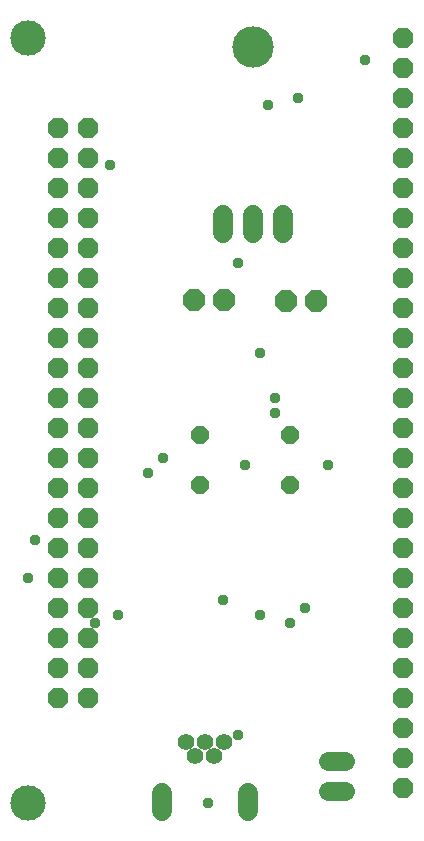
<source format=gbr>
G04 EAGLE Gerber RS-274X export*
G75*
%MOMM*%
%FSLAX34Y34*%
%LPD*%
%INSoldermask Bottom*%
%IPPOS*%
%AMOC8*
5,1,8,0,0,1.08239X$1,22.5*%
G01*
%ADD10P,1.852186X8X112.500000*%
%ADD11P,1.869504X8X292.500000*%
%ADD12C,1.625600*%
%ADD13P,1.649562X8X22.500000*%
%ADD14C,3.003200*%
%ADD15C,1.727200*%
%ADD16C,3.505200*%
%ADD17P,1.951982X8X202.500000*%
%ADD18C,1.711200*%
%ADD19C,1.411200*%
%ADD20C,0.959600*%


D10*
X381000Y63500D03*
X381000Y88900D03*
X381000Y114300D03*
X381000Y139700D03*
X381000Y165100D03*
X381000Y190500D03*
X381000Y215900D03*
X381000Y241300D03*
X381000Y266700D03*
X381000Y292100D03*
X381000Y317500D03*
X381000Y342900D03*
X381000Y368300D03*
X381000Y393700D03*
X381000Y419100D03*
X381000Y444500D03*
X381000Y469900D03*
X381000Y495300D03*
X381000Y520700D03*
X381000Y546100D03*
X381000Y571500D03*
X381000Y596900D03*
X381000Y622300D03*
X381000Y647700D03*
X381000Y673100D03*
X381000Y698500D03*
D11*
X88900Y622300D03*
X114300Y622300D03*
X88900Y596900D03*
X114300Y596900D03*
X88900Y571500D03*
X114300Y571500D03*
X88900Y546100D03*
X114300Y546100D03*
X88900Y520700D03*
X114300Y520700D03*
X88900Y495300D03*
X114300Y495300D03*
X88900Y469900D03*
X114300Y469900D03*
X88900Y444500D03*
X114300Y444500D03*
X88900Y419100D03*
X114300Y419100D03*
X88900Y393700D03*
X114300Y393700D03*
X88900Y368300D03*
X114300Y368300D03*
X88900Y342900D03*
X114300Y342900D03*
X88900Y317500D03*
X114300Y317500D03*
X88900Y292100D03*
X114300Y292100D03*
X88900Y266700D03*
X114300Y266700D03*
X88900Y241300D03*
X114300Y241300D03*
X88900Y215900D03*
X114300Y215900D03*
X88900Y190500D03*
X114300Y190500D03*
X88900Y165100D03*
X114300Y165100D03*
X88900Y139700D03*
X114300Y139700D03*
D12*
X318008Y86360D02*
X332232Y86360D01*
X332232Y60960D02*
X318008Y60960D01*
D13*
X209550Y361950D03*
X285750Y361950D03*
D14*
X63500Y698500D03*
X63500Y50800D03*
D15*
X228346Y533400D02*
X228346Y548640D01*
X253746Y548640D02*
X253746Y533400D01*
X279146Y533400D02*
X279146Y548640D01*
D16*
X253746Y690880D03*
D17*
X229616Y476504D03*
X204216Y476504D03*
X307340Y475488D03*
X281940Y475488D03*
D18*
X176860Y58950D02*
X176860Y43870D01*
X249860Y43870D02*
X249860Y58950D01*
D19*
X221360Y89910D03*
X213360Y101910D03*
X197360Y101910D03*
X229360Y101910D03*
X205360Y89910D03*
D13*
X209296Y319532D03*
X285496Y319532D03*
D20*
X317500Y336550D03*
X260350Y431800D03*
X241300Y508000D03*
X266700Y641350D03*
X292100Y647700D03*
X133350Y590550D03*
X349250Y679450D03*
X273050Y393700D03*
X273050Y381000D03*
X177800Y342900D03*
X247650Y336550D03*
X298450Y215900D03*
X63500Y241300D03*
X241300Y107950D03*
X228600Y222250D03*
X260350Y209550D03*
X139700Y209550D03*
X285750Y203200D03*
X120650Y203200D03*
X215900Y50800D03*
X69850Y273050D03*
X165100Y330200D03*
M02*

</source>
